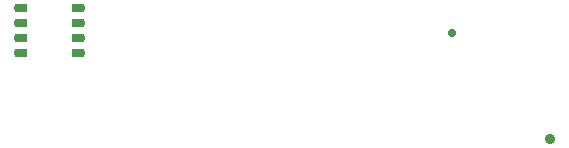
<source format=gbs>
G75*
%MOIN*%
%OFA0B0*%
%FSLAX25Y25*%
%IPPOS*%
%LPD*%
%AMOC8*
5,1,8,0,0,1.08239X$1,22.5*
%
%ADD10C,0.02756*%
%ADD11C,0.03543*%
%ADD12R,0.03150X0.02992*%
%ADD13C,0.03012*%
D10*
X0198711Y0084307D03*
D11*
X0231389Y0048874D03*
D12*
X0073192Y0077632D03*
X0073192Y0082632D03*
X0073112Y0087632D03*
X0073192Y0092632D03*
X0055515Y0092632D03*
X0055515Y0087632D03*
X0055515Y0082632D03*
X0055515Y0077592D03*
D13*
X0053921Y0077638D03*
X0053921Y0082638D03*
X0053921Y0087638D03*
X0053921Y0092638D03*
X0074787Y0092638D03*
X0074787Y0087638D03*
X0074787Y0082638D03*
X0074787Y0077638D03*
M02*

</source>
